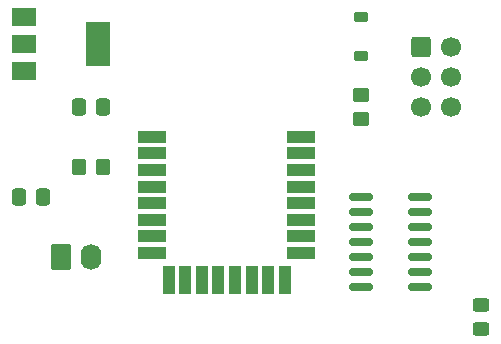
<source format=gts>
G04 #@! TF.GenerationSoftware,KiCad,Pcbnew,7.0.10*
G04 #@! TF.CreationDate,2024-03-26T17:52:26-05:00*
G04 #@! TF.ProjectId,keychain,6b657963-6861-4696-9e2e-6b696361645f,rev?*
G04 #@! TF.SameCoordinates,Original*
G04 #@! TF.FileFunction,Soldermask,Top*
G04 #@! TF.FilePolarity,Negative*
%FSLAX46Y46*%
G04 Gerber Fmt 4.6, Leading zero omitted, Abs format (unit mm)*
G04 Created by KiCad (PCBNEW 7.0.10) date 2024-03-26 17:52:26*
%MOMM*%
%LPD*%
G01*
G04 APERTURE LIST*
G04 Aperture macros list*
%AMRoundRect*
0 Rectangle with rounded corners*
0 $1 Rounding radius*
0 $2 $3 $4 $5 $6 $7 $8 $9 X,Y pos of 4 corners*
0 Add a 4 corners polygon primitive as box body*
4,1,4,$2,$3,$4,$5,$6,$7,$8,$9,$2,$3,0*
0 Add four circle primitives for the rounded corners*
1,1,$1+$1,$2,$3*
1,1,$1+$1,$4,$5*
1,1,$1+$1,$6,$7*
1,1,$1+$1,$8,$9*
0 Add four rect primitives between the rounded corners*
20,1,$1+$1,$2,$3,$4,$5,0*
20,1,$1+$1,$4,$5,$6,$7,0*
20,1,$1+$1,$6,$7,$8,$9,0*
20,1,$1+$1,$8,$9,$2,$3,0*%
G04 Aperture macros list end*
%ADD10RoundRect,0.250000X-0.450000X0.350000X-0.450000X-0.350000X0.450000X-0.350000X0.450000X0.350000X0*%
%ADD11RoundRect,0.225000X0.375000X-0.225000X0.375000X0.225000X-0.375000X0.225000X-0.375000X-0.225000X0*%
%ADD12R,2.000000X1.500000*%
%ADD13R,2.000000X3.800000*%
%ADD14RoundRect,0.250000X-0.620000X-0.845000X0.620000X-0.845000X0.620000X0.845000X-0.620000X0.845000X0*%
%ADD15O,1.740000X2.190000*%
%ADD16RoundRect,0.150000X-0.825000X-0.150000X0.825000X-0.150000X0.825000X0.150000X-0.825000X0.150000X0*%
%ADD17R,2.450000X1.000000*%
%ADD18R,1.000000X2.450000*%
%ADD19RoundRect,0.250000X-0.600000X-0.600000X0.600000X-0.600000X0.600000X0.600000X-0.600000X0.600000X0*%
%ADD20C,1.700000*%
%ADD21RoundRect,0.250000X-0.337500X-0.475000X0.337500X-0.475000X0.337500X0.475000X-0.337500X0.475000X0*%
%ADD22RoundRect,0.250000X-0.350000X-0.450000X0.350000X-0.450000X0.350000X0.450000X-0.350000X0.450000X0*%
%ADD23RoundRect,0.250000X-0.450000X0.325000X-0.450000X-0.325000X0.450000X-0.325000X0.450000X0.325000X0*%
G04 APERTURE END LIST*
D10*
G04 #@! TO.C,R1*
X139700000Y-62500000D03*
X139700000Y-64500000D03*
G04 #@! TD*
D11*
G04 #@! TO.C,D1*
X139700000Y-59180000D03*
X139700000Y-55880000D03*
G04 #@! TD*
D12*
G04 #@! TO.C,U3*
X111150000Y-55880000D03*
X111150000Y-58180000D03*
D13*
X117450000Y-58180000D03*
D12*
X111150000Y-60480000D03*
G04 #@! TD*
D14*
G04 #@! TO.C,J3*
X114300000Y-76200000D03*
D15*
X116840000Y-76200000D03*
G04 #@! TD*
D16*
G04 #@! TO.C,U1*
X139700000Y-71120000D03*
X139700000Y-72390000D03*
X139700000Y-73660000D03*
X139700000Y-74930000D03*
X139700000Y-76200000D03*
X139700000Y-77470000D03*
X139700000Y-78740000D03*
X144650000Y-78740000D03*
X144650000Y-77470000D03*
X144650000Y-76200000D03*
X144650000Y-74930000D03*
X144650000Y-73660000D03*
X144650000Y-72390000D03*
X144650000Y-71120000D03*
G04 #@! TD*
D17*
G04 #@! TO.C,DWM1*
X122020000Y-66040000D03*
X122020000Y-67440000D03*
X122020000Y-68840000D03*
X122020000Y-70240000D03*
X122020000Y-71640000D03*
X122020000Y-73040000D03*
X122020000Y-74440000D03*
X122020000Y-75840000D03*
D18*
X123420000Y-78135000D03*
X124820000Y-78135000D03*
X126220000Y-78135000D03*
X127620000Y-78135000D03*
X129020000Y-78135000D03*
X130420000Y-78135000D03*
X131820000Y-78135000D03*
X133220000Y-78135000D03*
D17*
X134620000Y-75838800D03*
X134620000Y-74438800D03*
X134620000Y-73040000D03*
X134620000Y-71640000D03*
X134620000Y-70240000D03*
X134620000Y-68840000D03*
X134620000Y-67440000D03*
X134620000Y-66040000D03*
G04 #@! TD*
D19*
G04 #@! TO.C,J2*
X144780000Y-58420000D03*
D20*
X147320000Y-58420000D03*
X144780000Y-60960000D03*
X147320000Y-60960000D03*
X144780000Y-63500000D03*
X147320000Y-63500000D03*
G04 #@! TD*
D21*
G04 #@! TO.C,C2*
X110722500Y-71120000D03*
X112797500Y-71120000D03*
G04 #@! TD*
D22*
G04 #@! TO.C,R3*
X115840000Y-68580000D03*
X117840000Y-68580000D03*
G04 #@! TD*
D21*
G04 #@! TO.C,C3*
X115802500Y-63500000D03*
X117877500Y-63500000D03*
G04 #@! TD*
D23*
G04 #@! TO.C,D2*
X149860000Y-80255000D03*
X149860000Y-82305000D03*
G04 #@! TD*
M02*

</source>
